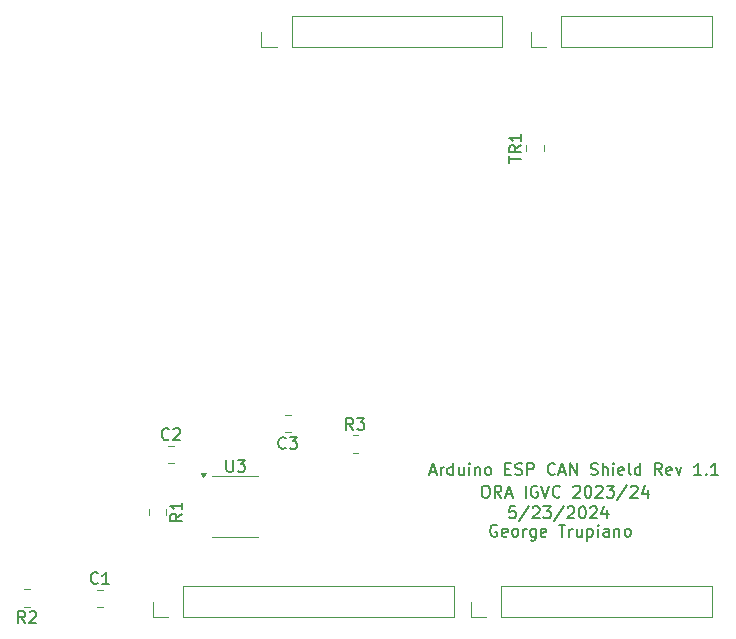
<source format=gbr>
%TF.GenerationSoftware,KiCad,Pcbnew,8.0.2*%
%TF.CreationDate,2024-05-23T15:50:06-04:00*%
%TF.ProjectId,ORA_Arduino_ESP_CAN_Shield_Rev_1.1,4f52415f-4172-4647-9569-6e6f5f455350,rev?*%
%TF.SameCoordinates,Original*%
%TF.FileFunction,Legend,Top*%
%TF.FilePolarity,Positive*%
%FSLAX46Y46*%
G04 Gerber Fmt 4.6, Leading zero omitted, Abs format (unit mm)*
G04 Created by KiCad (PCBNEW 8.0.2) date 2024-05-23 15:50:06*
%MOMM*%
%LPD*%
G01*
G04 APERTURE LIST*
%ADD10C,0.150000*%
%ADD11C,0.120000*%
G04 APERTURE END LIST*
D10*
X69327255Y-63759819D02*
X69517731Y-63759819D01*
X69517731Y-63759819D02*
X69612969Y-63807438D01*
X69612969Y-63807438D02*
X69708207Y-63902676D01*
X69708207Y-63902676D02*
X69755826Y-64093152D01*
X69755826Y-64093152D02*
X69755826Y-64426485D01*
X69755826Y-64426485D02*
X69708207Y-64616961D01*
X69708207Y-64616961D02*
X69612969Y-64712200D01*
X69612969Y-64712200D02*
X69517731Y-64759819D01*
X69517731Y-64759819D02*
X69327255Y-64759819D01*
X69327255Y-64759819D02*
X69232017Y-64712200D01*
X69232017Y-64712200D02*
X69136779Y-64616961D01*
X69136779Y-64616961D02*
X69089160Y-64426485D01*
X69089160Y-64426485D02*
X69089160Y-64093152D01*
X69089160Y-64093152D02*
X69136779Y-63902676D01*
X69136779Y-63902676D02*
X69232017Y-63807438D01*
X69232017Y-63807438D02*
X69327255Y-63759819D01*
X70755826Y-64759819D02*
X70422493Y-64283628D01*
X70184398Y-64759819D02*
X70184398Y-63759819D01*
X70184398Y-63759819D02*
X70565350Y-63759819D01*
X70565350Y-63759819D02*
X70660588Y-63807438D01*
X70660588Y-63807438D02*
X70708207Y-63855057D01*
X70708207Y-63855057D02*
X70755826Y-63950295D01*
X70755826Y-63950295D02*
X70755826Y-64093152D01*
X70755826Y-64093152D02*
X70708207Y-64188390D01*
X70708207Y-64188390D02*
X70660588Y-64236009D01*
X70660588Y-64236009D02*
X70565350Y-64283628D01*
X70565350Y-64283628D02*
X70184398Y-64283628D01*
X71136779Y-64474104D02*
X71612969Y-64474104D01*
X71041541Y-64759819D02*
X71374874Y-63759819D01*
X71374874Y-63759819D02*
X71708207Y-64759819D01*
X72803446Y-64759819D02*
X72803446Y-63759819D01*
X73803445Y-63807438D02*
X73708207Y-63759819D01*
X73708207Y-63759819D02*
X73565350Y-63759819D01*
X73565350Y-63759819D02*
X73422493Y-63807438D01*
X73422493Y-63807438D02*
X73327255Y-63902676D01*
X73327255Y-63902676D02*
X73279636Y-63997914D01*
X73279636Y-63997914D02*
X73232017Y-64188390D01*
X73232017Y-64188390D02*
X73232017Y-64331247D01*
X73232017Y-64331247D02*
X73279636Y-64521723D01*
X73279636Y-64521723D02*
X73327255Y-64616961D01*
X73327255Y-64616961D02*
X73422493Y-64712200D01*
X73422493Y-64712200D02*
X73565350Y-64759819D01*
X73565350Y-64759819D02*
X73660588Y-64759819D01*
X73660588Y-64759819D02*
X73803445Y-64712200D01*
X73803445Y-64712200D02*
X73851064Y-64664580D01*
X73851064Y-64664580D02*
X73851064Y-64331247D01*
X73851064Y-64331247D02*
X73660588Y-64331247D01*
X74136779Y-63759819D02*
X74470112Y-64759819D01*
X74470112Y-64759819D02*
X74803445Y-63759819D01*
X75708207Y-64664580D02*
X75660588Y-64712200D01*
X75660588Y-64712200D02*
X75517731Y-64759819D01*
X75517731Y-64759819D02*
X75422493Y-64759819D01*
X75422493Y-64759819D02*
X75279636Y-64712200D01*
X75279636Y-64712200D02*
X75184398Y-64616961D01*
X75184398Y-64616961D02*
X75136779Y-64521723D01*
X75136779Y-64521723D02*
X75089160Y-64331247D01*
X75089160Y-64331247D02*
X75089160Y-64188390D01*
X75089160Y-64188390D02*
X75136779Y-63997914D01*
X75136779Y-63997914D02*
X75184398Y-63902676D01*
X75184398Y-63902676D02*
X75279636Y-63807438D01*
X75279636Y-63807438D02*
X75422493Y-63759819D01*
X75422493Y-63759819D02*
X75517731Y-63759819D01*
X75517731Y-63759819D02*
X75660588Y-63807438D01*
X75660588Y-63807438D02*
X75708207Y-63855057D01*
X76851065Y-63855057D02*
X76898684Y-63807438D01*
X76898684Y-63807438D02*
X76993922Y-63759819D01*
X76993922Y-63759819D02*
X77232017Y-63759819D01*
X77232017Y-63759819D02*
X77327255Y-63807438D01*
X77327255Y-63807438D02*
X77374874Y-63855057D01*
X77374874Y-63855057D02*
X77422493Y-63950295D01*
X77422493Y-63950295D02*
X77422493Y-64045533D01*
X77422493Y-64045533D02*
X77374874Y-64188390D01*
X77374874Y-64188390D02*
X76803446Y-64759819D01*
X76803446Y-64759819D02*
X77422493Y-64759819D01*
X78041541Y-63759819D02*
X78136779Y-63759819D01*
X78136779Y-63759819D02*
X78232017Y-63807438D01*
X78232017Y-63807438D02*
X78279636Y-63855057D01*
X78279636Y-63855057D02*
X78327255Y-63950295D01*
X78327255Y-63950295D02*
X78374874Y-64140771D01*
X78374874Y-64140771D02*
X78374874Y-64378866D01*
X78374874Y-64378866D02*
X78327255Y-64569342D01*
X78327255Y-64569342D02*
X78279636Y-64664580D01*
X78279636Y-64664580D02*
X78232017Y-64712200D01*
X78232017Y-64712200D02*
X78136779Y-64759819D01*
X78136779Y-64759819D02*
X78041541Y-64759819D01*
X78041541Y-64759819D02*
X77946303Y-64712200D01*
X77946303Y-64712200D02*
X77898684Y-64664580D01*
X77898684Y-64664580D02*
X77851065Y-64569342D01*
X77851065Y-64569342D02*
X77803446Y-64378866D01*
X77803446Y-64378866D02*
X77803446Y-64140771D01*
X77803446Y-64140771D02*
X77851065Y-63950295D01*
X77851065Y-63950295D02*
X77898684Y-63855057D01*
X77898684Y-63855057D02*
X77946303Y-63807438D01*
X77946303Y-63807438D02*
X78041541Y-63759819D01*
X78755827Y-63855057D02*
X78803446Y-63807438D01*
X78803446Y-63807438D02*
X78898684Y-63759819D01*
X78898684Y-63759819D02*
X79136779Y-63759819D01*
X79136779Y-63759819D02*
X79232017Y-63807438D01*
X79232017Y-63807438D02*
X79279636Y-63855057D01*
X79279636Y-63855057D02*
X79327255Y-63950295D01*
X79327255Y-63950295D02*
X79327255Y-64045533D01*
X79327255Y-64045533D02*
X79279636Y-64188390D01*
X79279636Y-64188390D02*
X78708208Y-64759819D01*
X78708208Y-64759819D02*
X79327255Y-64759819D01*
X79660589Y-63759819D02*
X80279636Y-63759819D01*
X80279636Y-63759819D02*
X79946303Y-64140771D01*
X79946303Y-64140771D02*
X80089160Y-64140771D01*
X80089160Y-64140771D02*
X80184398Y-64188390D01*
X80184398Y-64188390D02*
X80232017Y-64236009D01*
X80232017Y-64236009D02*
X80279636Y-64331247D01*
X80279636Y-64331247D02*
X80279636Y-64569342D01*
X80279636Y-64569342D02*
X80232017Y-64664580D01*
X80232017Y-64664580D02*
X80184398Y-64712200D01*
X80184398Y-64712200D02*
X80089160Y-64759819D01*
X80089160Y-64759819D02*
X79803446Y-64759819D01*
X79803446Y-64759819D02*
X79708208Y-64712200D01*
X79708208Y-64712200D02*
X79660589Y-64664580D01*
X81422493Y-63712200D02*
X80565351Y-64997914D01*
X81708208Y-63855057D02*
X81755827Y-63807438D01*
X81755827Y-63807438D02*
X81851065Y-63759819D01*
X81851065Y-63759819D02*
X82089160Y-63759819D01*
X82089160Y-63759819D02*
X82184398Y-63807438D01*
X82184398Y-63807438D02*
X82232017Y-63855057D01*
X82232017Y-63855057D02*
X82279636Y-63950295D01*
X82279636Y-63950295D02*
X82279636Y-64045533D01*
X82279636Y-64045533D02*
X82232017Y-64188390D01*
X82232017Y-64188390D02*
X81660589Y-64759819D01*
X81660589Y-64759819D02*
X82279636Y-64759819D01*
X83136779Y-64093152D02*
X83136779Y-64759819D01*
X82898684Y-63712200D02*
X82660589Y-64426485D01*
X82660589Y-64426485D02*
X83279636Y-64426485D01*
X70370588Y-67117438D02*
X70275350Y-67069819D01*
X70275350Y-67069819D02*
X70132493Y-67069819D01*
X70132493Y-67069819D02*
X69989636Y-67117438D01*
X69989636Y-67117438D02*
X69894398Y-67212676D01*
X69894398Y-67212676D02*
X69846779Y-67307914D01*
X69846779Y-67307914D02*
X69799160Y-67498390D01*
X69799160Y-67498390D02*
X69799160Y-67641247D01*
X69799160Y-67641247D02*
X69846779Y-67831723D01*
X69846779Y-67831723D02*
X69894398Y-67926961D01*
X69894398Y-67926961D02*
X69989636Y-68022200D01*
X69989636Y-68022200D02*
X70132493Y-68069819D01*
X70132493Y-68069819D02*
X70227731Y-68069819D01*
X70227731Y-68069819D02*
X70370588Y-68022200D01*
X70370588Y-68022200D02*
X70418207Y-67974580D01*
X70418207Y-67974580D02*
X70418207Y-67641247D01*
X70418207Y-67641247D02*
X70227731Y-67641247D01*
X71227731Y-68022200D02*
X71132493Y-68069819D01*
X71132493Y-68069819D02*
X70942017Y-68069819D01*
X70942017Y-68069819D02*
X70846779Y-68022200D01*
X70846779Y-68022200D02*
X70799160Y-67926961D01*
X70799160Y-67926961D02*
X70799160Y-67546009D01*
X70799160Y-67546009D02*
X70846779Y-67450771D01*
X70846779Y-67450771D02*
X70942017Y-67403152D01*
X70942017Y-67403152D02*
X71132493Y-67403152D01*
X71132493Y-67403152D02*
X71227731Y-67450771D01*
X71227731Y-67450771D02*
X71275350Y-67546009D01*
X71275350Y-67546009D02*
X71275350Y-67641247D01*
X71275350Y-67641247D02*
X70799160Y-67736485D01*
X71846779Y-68069819D02*
X71751541Y-68022200D01*
X71751541Y-68022200D02*
X71703922Y-67974580D01*
X71703922Y-67974580D02*
X71656303Y-67879342D01*
X71656303Y-67879342D02*
X71656303Y-67593628D01*
X71656303Y-67593628D02*
X71703922Y-67498390D01*
X71703922Y-67498390D02*
X71751541Y-67450771D01*
X71751541Y-67450771D02*
X71846779Y-67403152D01*
X71846779Y-67403152D02*
X71989636Y-67403152D01*
X71989636Y-67403152D02*
X72084874Y-67450771D01*
X72084874Y-67450771D02*
X72132493Y-67498390D01*
X72132493Y-67498390D02*
X72180112Y-67593628D01*
X72180112Y-67593628D02*
X72180112Y-67879342D01*
X72180112Y-67879342D02*
X72132493Y-67974580D01*
X72132493Y-67974580D02*
X72084874Y-68022200D01*
X72084874Y-68022200D02*
X71989636Y-68069819D01*
X71989636Y-68069819D02*
X71846779Y-68069819D01*
X72608684Y-68069819D02*
X72608684Y-67403152D01*
X72608684Y-67593628D02*
X72656303Y-67498390D01*
X72656303Y-67498390D02*
X72703922Y-67450771D01*
X72703922Y-67450771D02*
X72799160Y-67403152D01*
X72799160Y-67403152D02*
X72894398Y-67403152D01*
X73656303Y-67403152D02*
X73656303Y-68212676D01*
X73656303Y-68212676D02*
X73608684Y-68307914D01*
X73608684Y-68307914D02*
X73561065Y-68355533D01*
X73561065Y-68355533D02*
X73465827Y-68403152D01*
X73465827Y-68403152D02*
X73322970Y-68403152D01*
X73322970Y-68403152D02*
X73227732Y-68355533D01*
X73656303Y-68022200D02*
X73561065Y-68069819D01*
X73561065Y-68069819D02*
X73370589Y-68069819D01*
X73370589Y-68069819D02*
X73275351Y-68022200D01*
X73275351Y-68022200D02*
X73227732Y-67974580D01*
X73227732Y-67974580D02*
X73180113Y-67879342D01*
X73180113Y-67879342D02*
X73180113Y-67593628D01*
X73180113Y-67593628D02*
X73227732Y-67498390D01*
X73227732Y-67498390D02*
X73275351Y-67450771D01*
X73275351Y-67450771D02*
X73370589Y-67403152D01*
X73370589Y-67403152D02*
X73561065Y-67403152D01*
X73561065Y-67403152D02*
X73656303Y-67450771D01*
X74513446Y-68022200D02*
X74418208Y-68069819D01*
X74418208Y-68069819D02*
X74227732Y-68069819D01*
X74227732Y-68069819D02*
X74132494Y-68022200D01*
X74132494Y-68022200D02*
X74084875Y-67926961D01*
X74084875Y-67926961D02*
X74084875Y-67546009D01*
X74084875Y-67546009D02*
X74132494Y-67450771D01*
X74132494Y-67450771D02*
X74227732Y-67403152D01*
X74227732Y-67403152D02*
X74418208Y-67403152D01*
X74418208Y-67403152D02*
X74513446Y-67450771D01*
X74513446Y-67450771D02*
X74561065Y-67546009D01*
X74561065Y-67546009D02*
X74561065Y-67641247D01*
X74561065Y-67641247D02*
X74084875Y-67736485D01*
X75608685Y-67069819D02*
X76180113Y-67069819D01*
X75894399Y-68069819D02*
X75894399Y-67069819D01*
X76513447Y-68069819D02*
X76513447Y-67403152D01*
X76513447Y-67593628D02*
X76561066Y-67498390D01*
X76561066Y-67498390D02*
X76608685Y-67450771D01*
X76608685Y-67450771D02*
X76703923Y-67403152D01*
X76703923Y-67403152D02*
X76799161Y-67403152D01*
X77561066Y-67403152D02*
X77561066Y-68069819D01*
X77132495Y-67403152D02*
X77132495Y-67926961D01*
X77132495Y-67926961D02*
X77180114Y-68022200D01*
X77180114Y-68022200D02*
X77275352Y-68069819D01*
X77275352Y-68069819D02*
X77418209Y-68069819D01*
X77418209Y-68069819D02*
X77513447Y-68022200D01*
X77513447Y-68022200D02*
X77561066Y-67974580D01*
X78037257Y-67403152D02*
X78037257Y-68403152D01*
X78037257Y-67450771D02*
X78132495Y-67403152D01*
X78132495Y-67403152D02*
X78322971Y-67403152D01*
X78322971Y-67403152D02*
X78418209Y-67450771D01*
X78418209Y-67450771D02*
X78465828Y-67498390D01*
X78465828Y-67498390D02*
X78513447Y-67593628D01*
X78513447Y-67593628D02*
X78513447Y-67879342D01*
X78513447Y-67879342D02*
X78465828Y-67974580D01*
X78465828Y-67974580D02*
X78418209Y-68022200D01*
X78418209Y-68022200D02*
X78322971Y-68069819D01*
X78322971Y-68069819D02*
X78132495Y-68069819D01*
X78132495Y-68069819D02*
X78037257Y-68022200D01*
X78942019Y-68069819D02*
X78942019Y-67403152D01*
X78942019Y-67069819D02*
X78894400Y-67117438D01*
X78894400Y-67117438D02*
X78942019Y-67165057D01*
X78942019Y-67165057D02*
X78989638Y-67117438D01*
X78989638Y-67117438D02*
X78942019Y-67069819D01*
X78942019Y-67069819D02*
X78942019Y-67165057D01*
X79846780Y-68069819D02*
X79846780Y-67546009D01*
X79846780Y-67546009D02*
X79799161Y-67450771D01*
X79799161Y-67450771D02*
X79703923Y-67403152D01*
X79703923Y-67403152D02*
X79513447Y-67403152D01*
X79513447Y-67403152D02*
X79418209Y-67450771D01*
X79846780Y-68022200D02*
X79751542Y-68069819D01*
X79751542Y-68069819D02*
X79513447Y-68069819D01*
X79513447Y-68069819D02*
X79418209Y-68022200D01*
X79418209Y-68022200D02*
X79370590Y-67926961D01*
X79370590Y-67926961D02*
X79370590Y-67831723D01*
X79370590Y-67831723D02*
X79418209Y-67736485D01*
X79418209Y-67736485D02*
X79513447Y-67688866D01*
X79513447Y-67688866D02*
X79751542Y-67688866D01*
X79751542Y-67688866D02*
X79846780Y-67641247D01*
X80322971Y-67403152D02*
X80322971Y-68069819D01*
X80322971Y-67498390D02*
X80370590Y-67450771D01*
X80370590Y-67450771D02*
X80465828Y-67403152D01*
X80465828Y-67403152D02*
X80608685Y-67403152D01*
X80608685Y-67403152D02*
X80703923Y-67450771D01*
X80703923Y-67450771D02*
X80751542Y-67546009D01*
X80751542Y-67546009D02*
X80751542Y-68069819D01*
X81370590Y-68069819D02*
X81275352Y-68022200D01*
X81275352Y-68022200D02*
X81227733Y-67974580D01*
X81227733Y-67974580D02*
X81180114Y-67879342D01*
X81180114Y-67879342D02*
X81180114Y-67593628D01*
X81180114Y-67593628D02*
X81227733Y-67498390D01*
X81227733Y-67498390D02*
X81275352Y-67450771D01*
X81275352Y-67450771D02*
X81370590Y-67403152D01*
X81370590Y-67403152D02*
X81513447Y-67403152D01*
X81513447Y-67403152D02*
X81608685Y-67450771D01*
X81608685Y-67450771D02*
X81656304Y-67498390D01*
X81656304Y-67498390D02*
X81703923Y-67593628D01*
X81703923Y-67593628D02*
X81703923Y-67879342D01*
X81703923Y-67879342D02*
X81656304Y-67974580D01*
X81656304Y-67974580D02*
X81608685Y-68022200D01*
X81608685Y-68022200D02*
X81513447Y-68069819D01*
X81513447Y-68069819D02*
X81370590Y-68069819D01*
X64709160Y-62564104D02*
X65185350Y-62564104D01*
X64613922Y-62849819D02*
X64947255Y-61849819D01*
X64947255Y-61849819D02*
X65280588Y-62849819D01*
X65613922Y-62849819D02*
X65613922Y-62183152D01*
X65613922Y-62373628D02*
X65661541Y-62278390D01*
X65661541Y-62278390D02*
X65709160Y-62230771D01*
X65709160Y-62230771D02*
X65804398Y-62183152D01*
X65804398Y-62183152D02*
X65899636Y-62183152D01*
X66661541Y-62849819D02*
X66661541Y-61849819D01*
X66661541Y-62802200D02*
X66566303Y-62849819D01*
X66566303Y-62849819D02*
X66375827Y-62849819D01*
X66375827Y-62849819D02*
X66280589Y-62802200D01*
X66280589Y-62802200D02*
X66232970Y-62754580D01*
X66232970Y-62754580D02*
X66185351Y-62659342D01*
X66185351Y-62659342D02*
X66185351Y-62373628D01*
X66185351Y-62373628D02*
X66232970Y-62278390D01*
X66232970Y-62278390D02*
X66280589Y-62230771D01*
X66280589Y-62230771D02*
X66375827Y-62183152D01*
X66375827Y-62183152D02*
X66566303Y-62183152D01*
X66566303Y-62183152D02*
X66661541Y-62230771D01*
X67566303Y-62183152D02*
X67566303Y-62849819D01*
X67137732Y-62183152D02*
X67137732Y-62706961D01*
X67137732Y-62706961D02*
X67185351Y-62802200D01*
X67185351Y-62802200D02*
X67280589Y-62849819D01*
X67280589Y-62849819D02*
X67423446Y-62849819D01*
X67423446Y-62849819D02*
X67518684Y-62802200D01*
X67518684Y-62802200D02*
X67566303Y-62754580D01*
X68042494Y-62849819D02*
X68042494Y-62183152D01*
X68042494Y-61849819D02*
X67994875Y-61897438D01*
X67994875Y-61897438D02*
X68042494Y-61945057D01*
X68042494Y-61945057D02*
X68090113Y-61897438D01*
X68090113Y-61897438D02*
X68042494Y-61849819D01*
X68042494Y-61849819D02*
X68042494Y-61945057D01*
X68518684Y-62183152D02*
X68518684Y-62849819D01*
X68518684Y-62278390D02*
X68566303Y-62230771D01*
X68566303Y-62230771D02*
X68661541Y-62183152D01*
X68661541Y-62183152D02*
X68804398Y-62183152D01*
X68804398Y-62183152D02*
X68899636Y-62230771D01*
X68899636Y-62230771D02*
X68947255Y-62326009D01*
X68947255Y-62326009D02*
X68947255Y-62849819D01*
X69566303Y-62849819D02*
X69471065Y-62802200D01*
X69471065Y-62802200D02*
X69423446Y-62754580D01*
X69423446Y-62754580D02*
X69375827Y-62659342D01*
X69375827Y-62659342D02*
X69375827Y-62373628D01*
X69375827Y-62373628D02*
X69423446Y-62278390D01*
X69423446Y-62278390D02*
X69471065Y-62230771D01*
X69471065Y-62230771D02*
X69566303Y-62183152D01*
X69566303Y-62183152D02*
X69709160Y-62183152D01*
X69709160Y-62183152D02*
X69804398Y-62230771D01*
X69804398Y-62230771D02*
X69852017Y-62278390D01*
X69852017Y-62278390D02*
X69899636Y-62373628D01*
X69899636Y-62373628D02*
X69899636Y-62659342D01*
X69899636Y-62659342D02*
X69852017Y-62754580D01*
X69852017Y-62754580D02*
X69804398Y-62802200D01*
X69804398Y-62802200D02*
X69709160Y-62849819D01*
X69709160Y-62849819D02*
X69566303Y-62849819D01*
X71090113Y-62326009D02*
X71423446Y-62326009D01*
X71566303Y-62849819D02*
X71090113Y-62849819D01*
X71090113Y-62849819D02*
X71090113Y-61849819D01*
X71090113Y-61849819D02*
X71566303Y-61849819D01*
X71947256Y-62802200D02*
X72090113Y-62849819D01*
X72090113Y-62849819D02*
X72328208Y-62849819D01*
X72328208Y-62849819D02*
X72423446Y-62802200D01*
X72423446Y-62802200D02*
X72471065Y-62754580D01*
X72471065Y-62754580D02*
X72518684Y-62659342D01*
X72518684Y-62659342D02*
X72518684Y-62564104D01*
X72518684Y-62564104D02*
X72471065Y-62468866D01*
X72471065Y-62468866D02*
X72423446Y-62421247D01*
X72423446Y-62421247D02*
X72328208Y-62373628D01*
X72328208Y-62373628D02*
X72137732Y-62326009D01*
X72137732Y-62326009D02*
X72042494Y-62278390D01*
X72042494Y-62278390D02*
X71994875Y-62230771D01*
X71994875Y-62230771D02*
X71947256Y-62135533D01*
X71947256Y-62135533D02*
X71947256Y-62040295D01*
X71947256Y-62040295D02*
X71994875Y-61945057D01*
X71994875Y-61945057D02*
X72042494Y-61897438D01*
X72042494Y-61897438D02*
X72137732Y-61849819D01*
X72137732Y-61849819D02*
X72375827Y-61849819D01*
X72375827Y-61849819D02*
X72518684Y-61897438D01*
X72947256Y-62849819D02*
X72947256Y-61849819D01*
X72947256Y-61849819D02*
X73328208Y-61849819D01*
X73328208Y-61849819D02*
X73423446Y-61897438D01*
X73423446Y-61897438D02*
X73471065Y-61945057D01*
X73471065Y-61945057D02*
X73518684Y-62040295D01*
X73518684Y-62040295D02*
X73518684Y-62183152D01*
X73518684Y-62183152D02*
X73471065Y-62278390D01*
X73471065Y-62278390D02*
X73423446Y-62326009D01*
X73423446Y-62326009D02*
X73328208Y-62373628D01*
X73328208Y-62373628D02*
X72947256Y-62373628D01*
X75280589Y-62754580D02*
X75232970Y-62802200D01*
X75232970Y-62802200D02*
X75090113Y-62849819D01*
X75090113Y-62849819D02*
X74994875Y-62849819D01*
X74994875Y-62849819D02*
X74852018Y-62802200D01*
X74852018Y-62802200D02*
X74756780Y-62706961D01*
X74756780Y-62706961D02*
X74709161Y-62611723D01*
X74709161Y-62611723D02*
X74661542Y-62421247D01*
X74661542Y-62421247D02*
X74661542Y-62278390D01*
X74661542Y-62278390D02*
X74709161Y-62087914D01*
X74709161Y-62087914D02*
X74756780Y-61992676D01*
X74756780Y-61992676D02*
X74852018Y-61897438D01*
X74852018Y-61897438D02*
X74994875Y-61849819D01*
X74994875Y-61849819D02*
X75090113Y-61849819D01*
X75090113Y-61849819D02*
X75232970Y-61897438D01*
X75232970Y-61897438D02*
X75280589Y-61945057D01*
X75661542Y-62564104D02*
X76137732Y-62564104D01*
X75566304Y-62849819D02*
X75899637Y-61849819D01*
X75899637Y-61849819D02*
X76232970Y-62849819D01*
X76566304Y-62849819D02*
X76566304Y-61849819D01*
X76566304Y-61849819D02*
X77137732Y-62849819D01*
X77137732Y-62849819D02*
X77137732Y-61849819D01*
X78328209Y-62802200D02*
X78471066Y-62849819D01*
X78471066Y-62849819D02*
X78709161Y-62849819D01*
X78709161Y-62849819D02*
X78804399Y-62802200D01*
X78804399Y-62802200D02*
X78852018Y-62754580D01*
X78852018Y-62754580D02*
X78899637Y-62659342D01*
X78899637Y-62659342D02*
X78899637Y-62564104D01*
X78899637Y-62564104D02*
X78852018Y-62468866D01*
X78852018Y-62468866D02*
X78804399Y-62421247D01*
X78804399Y-62421247D02*
X78709161Y-62373628D01*
X78709161Y-62373628D02*
X78518685Y-62326009D01*
X78518685Y-62326009D02*
X78423447Y-62278390D01*
X78423447Y-62278390D02*
X78375828Y-62230771D01*
X78375828Y-62230771D02*
X78328209Y-62135533D01*
X78328209Y-62135533D02*
X78328209Y-62040295D01*
X78328209Y-62040295D02*
X78375828Y-61945057D01*
X78375828Y-61945057D02*
X78423447Y-61897438D01*
X78423447Y-61897438D02*
X78518685Y-61849819D01*
X78518685Y-61849819D02*
X78756780Y-61849819D01*
X78756780Y-61849819D02*
X78899637Y-61897438D01*
X79328209Y-62849819D02*
X79328209Y-61849819D01*
X79756780Y-62849819D02*
X79756780Y-62326009D01*
X79756780Y-62326009D02*
X79709161Y-62230771D01*
X79709161Y-62230771D02*
X79613923Y-62183152D01*
X79613923Y-62183152D02*
X79471066Y-62183152D01*
X79471066Y-62183152D02*
X79375828Y-62230771D01*
X79375828Y-62230771D02*
X79328209Y-62278390D01*
X80232971Y-62849819D02*
X80232971Y-62183152D01*
X80232971Y-61849819D02*
X80185352Y-61897438D01*
X80185352Y-61897438D02*
X80232971Y-61945057D01*
X80232971Y-61945057D02*
X80280590Y-61897438D01*
X80280590Y-61897438D02*
X80232971Y-61849819D01*
X80232971Y-61849819D02*
X80232971Y-61945057D01*
X81090113Y-62802200D02*
X80994875Y-62849819D01*
X80994875Y-62849819D02*
X80804399Y-62849819D01*
X80804399Y-62849819D02*
X80709161Y-62802200D01*
X80709161Y-62802200D02*
X80661542Y-62706961D01*
X80661542Y-62706961D02*
X80661542Y-62326009D01*
X80661542Y-62326009D02*
X80709161Y-62230771D01*
X80709161Y-62230771D02*
X80804399Y-62183152D01*
X80804399Y-62183152D02*
X80994875Y-62183152D01*
X80994875Y-62183152D02*
X81090113Y-62230771D01*
X81090113Y-62230771D02*
X81137732Y-62326009D01*
X81137732Y-62326009D02*
X81137732Y-62421247D01*
X81137732Y-62421247D02*
X80661542Y-62516485D01*
X81709161Y-62849819D02*
X81613923Y-62802200D01*
X81613923Y-62802200D02*
X81566304Y-62706961D01*
X81566304Y-62706961D02*
X81566304Y-61849819D01*
X82518685Y-62849819D02*
X82518685Y-61849819D01*
X82518685Y-62802200D02*
X82423447Y-62849819D01*
X82423447Y-62849819D02*
X82232971Y-62849819D01*
X82232971Y-62849819D02*
X82137733Y-62802200D01*
X82137733Y-62802200D02*
X82090114Y-62754580D01*
X82090114Y-62754580D02*
X82042495Y-62659342D01*
X82042495Y-62659342D02*
X82042495Y-62373628D01*
X82042495Y-62373628D02*
X82090114Y-62278390D01*
X82090114Y-62278390D02*
X82137733Y-62230771D01*
X82137733Y-62230771D02*
X82232971Y-62183152D01*
X82232971Y-62183152D02*
X82423447Y-62183152D01*
X82423447Y-62183152D02*
X82518685Y-62230771D01*
X84328209Y-62849819D02*
X83994876Y-62373628D01*
X83756781Y-62849819D02*
X83756781Y-61849819D01*
X83756781Y-61849819D02*
X84137733Y-61849819D01*
X84137733Y-61849819D02*
X84232971Y-61897438D01*
X84232971Y-61897438D02*
X84280590Y-61945057D01*
X84280590Y-61945057D02*
X84328209Y-62040295D01*
X84328209Y-62040295D02*
X84328209Y-62183152D01*
X84328209Y-62183152D02*
X84280590Y-62278390D01*
X84280590Y-62278390D02*
X84232971Y-62326009D01*
X84232971Y-62326009D02*
X84137733Y-62373628D01*
X84137733Y-62373628D02*
X83756781Y-62373628D01*
X85137733Y-62802200D02*
X85042495Y-62849819D01*
X85042495Y-62849819D02*
X84852019Y-62849819D01*
X84852019Y-62849819D02*
X84756781Y-62802200D01*
X84756781Y-62802200D02*
X84709162Y-62706961D01*
X84709162Y-62706961D02*
X84709162Y-62326009D01*
X84709162Y-62326009D02*
X84756781Y-62230771D01*
X84756781Y-62230771D02*
X84852019Y-62183152D01*
X84852019Y-62183152D02*
X85042495Y-62183152D01*
X85042495Y-62183152D02*
X85137733Y-62230771D01*
X85137733Y-62230771D02*
X85185352Y-62326009D01*
X85185352Y-62326009D02*
X85185352Y-62421247D01*
X85185352Y-62421247D02*
X84709162Y-62516485D01*
X85518686Y-62183152D02*
X85756781Y-62849819D01*
X85756781Y-62849819D02*
X85994876Y-62183152D01*
X87661543Y-62849819D02*
X87090115Y-62849819D01*
X87375829Y-62849819D02*
X87375829Y-61849819D01*
X87375829Y-61849819D02*
X87280591Y-61992676D01*
X87280591Y-61992676D02*
X87185353Y-62087914D01*
X87185353Y-62087914D02*
X87090115Y-62135533D01*
X88090115Y-62754580D02*
X88137734Y-62802200D01*
X88137734Y-62802200D02*
X88090115Y-62849819D01*
X88090115Y-62849819D02*
X88042496Y-62802200D01*
X88042496Y-62802200D02*
X88090115Y-62754580D01*
X88090115Y-62754580D02*
X88090115Y-62849819D01*
X89090114Y-62849819D02*
X88518686Y-62849819D01*
X88804400Y-62849819D02*
X88804400Y-61849819D01*
X88804400Y-61849819D02*
X88709162Y-61992676D01*
X88709162Y-61992676D02*
X88613924Y-62087914D01*
X88613924Y-62087914D02*
X88518686Y-62135533D01*
X71932969Y-65519819D02*
X71456779Y-65519819D01*
X71456779Y-65519819D02*
X71409160Y-65996009D01*
X71409160Y-65996009D02*
X71456779Y-65948390D01*
X71456779Y-65948390D02*
X71552017Y-65900771D01*
X71552017Y-65900771D02*
X71790112Y-65900771D01*
X71790112Y-65900771D02*
X71885350Y-65948390D01*
X71885350Y-65948390D02*
X71932969Y-65996009D01*
X71932969Y-65996009D02*
X71980588Y-66091247D01*
X71980588Y-66091247D02*
X71980588Y-66329342D01*
X71980588Y-66329342D02*
X71932969Y-66424580D01*
X71932969Y-66424580D02*
X71885350Y-66472200D01*
X71885350Y-66472200D02*
X71790112Y-66519819D01*
X71790112Y-66519819D02*
X71552017Y-66519819D01*
X71552017Y-66519819D02*
X71456779Y-66472200D01*
X71456779Y-66472200D02*
X71409160Y-66424580D01*
X73123445Y-65472200D02*
X72266303Y-66757914D01*
X73409160Y-65615057D02*
X73456779Y-65567438D01*
X73456779Y-65567438D02*
X73552017Y-65519819D01*
X73552017Y-65519819D02*
X73790112Y-65519819D01*
X73790112Y-65519819D02*
X73885350Y-65567438D01*
X73885350Y-65567438D02*
X73932969Y-65615057D01*
X73932969Y-65615057D02*
X73980588Y-65710295D01*
X73980588Y-65710295D02*
X73980588Y-65805533D01*
X73980588Y-65805533D02*
X73932969Y-65948390D01*
X73932969Y-65948390D02*
X73361541Y-66519819D01*
X73361541Y-66519819D02*
X73980588Y-66519819D01*
X74313922Y-65519819D02*
X74932969Y-65519819D01*
X74932969Y-65519819D02*
X74599636Y-65900771D01*
X74599636Y-65900771D02*
X74742493Y-65900771D01*
X74742493Y-65900771D02*
X74837731Y-65948390D01*
X74837731Y-65948390D02*
X74885350Y-65996009D01*
X74885350Y-65996009D02*
X74932969Y-66091247D01*
X74932969Y-66091247D02*
X74932969Y-66329342D01*
X74932969Y-66329342D02*
X74885350Y-66424580D01*
X74885350Y-66424580D02*
X74837731Y-66472200D01*
X74837731Y-66472200D02*
X74742493Y-66519819D01*
X74742493Y-66519819D02*
X74456779Y-66519819D01*
X74456779Y-66519819D02*
X74361541Y-66472200D01*
X74361541Y-66472200D02*
X74313922Y-66424580D01*
X76075826Y-65472200D02*
X75218684Y-66757914D01*
X76361541Y-65615057D02*
X76409160Y-65567438D01*
X76409160Y-65567438D02*
X76504398Y-65519819D01*
X76504398Y-65519819D02*
X76742493Y-65519819D01*
X76742493Y-65519819D02*
X76837731Y-65567438D01*
X76837731Y-65567438D02*
X76885350Y-65615057D01*
X76885350Y-65615057D02*
X76932969Y-65710295D01*
X76932969Y-65710295D02*
X76932969Y-65805533D01*
X76932969Y-65805533D02*
X76885350Y-65948390D01*
X76885350Y-65948390D02*
X76313922Y-66519819D01*
X76313922Y-66519819D02*
X76932969Y-66519819D01*
X77552017Y-65519819D02*
X77647255Y-65519819D01*
X77647255Y-65519819D02*
X77742493Y-65567438D01*
X77742493Y-65567438D02*
X77790112Y-65615057D01*
X77790112Y-65615057D02*
X77837731Y-65710295D01*
X77837731Y-65710295D02*
X77885350Y-65900771D01*
X77885350Y-65900771D02*
X77885350Y-66138866D01*
X77885350Y-66138866D02*
X77837731Y-66329342D01*
X77837731Y-66329342D02*
X77790112Y-66424580D01*
X77790112Y-66424580D02*
X77742493Y-66472200D01*
X77742493Y-66472200D02*
X77647255Y-66519819D01*
X77647255Y-66519819D02*
X77552017Y-66519819D01*
X77552017Y-66519819D02*
X77456779Y-66472200D01*
X77456779Y-66472200D02*
X77409160Y-66424580D01*
X77409160Y-66424580D02*
X77361541Y-66329342D01*
X77361541Y-66329342D02*
X77313922Y-66138866D01*
X77313922Y-66138866D02*
X77313922Y-65900771D01*
X77313922Y-65900771D02*
X77361541Y-65710295D01*
X77361541Y-65710295D02*
X77409160Y-65615057D01*
X77409160Y-65615057D02*
X77456779Y-65567438D01*
X77456779Y-65567438D02*
X77552017Y-65519819D01*
X78266303Y-65615057D02*
X78313922Y-65567438D01*
X78313922Y-65567438D02*
X78409160Y-65519819D01*
X78409160Y-65519819D02*
X78647255Y-65519819D01*
X78647255Y-65519819D02*
X78742493Y-65567438D01*
X78742493Y-65567438D02*
X78790112Y-65615057D01*
X78790112Y-65615057D02*
X78837731Y-65710295D01*
X78837731Y-65710295D02*
X78837731Y-65805533D01*
X78837731Y-65805533D02*
X78790112Y-65948390D01*
X78790112Y-65948390D02*
X78218684Y-66519819D01*
X78218684Y-66519819D02*
X78837731Y-66519819D01*
X79694874Y-65853152D02*
X79694874Y-66519819D01*
X79456779Y-65472200D02*
X79218684Y-66186485D01*
X79218684Y-66186485D02*
X79837731Y-66186485D01*
X43719819Y-66146666D02*
X43243628Y-66479999D01*
X43719819Y-66718094D02*
X42719819Y-66718094D01*
X42719819Y-66718094D02*
X42719819Y-66337142D01*
X42719819Y-66337142D02*
X42767438Y-66241904D01*
X42767438Y-66241904D02*
X42815057Y-66194285D01*
X42815057Y-66194285D02*
X42910295Y-66146666D01*
X42910295Y-66146666D02*
X43053152Y-66146666D01*
X43053152Y-66146666D02*
X43148390Y-66194285D01*
X43148390Y-66194285D02*
X43196009Y-66241904D01*
X43196009Y-66241904D02*
X43243628Y-66337142D01*
X43243628Y-66337142D02*
X43243628Y-66718094D01*
X43719819Y-65194285D02*
X43719819Y-65765713D01*
X43719819Y-65479999D02*
X42719819Y-65479999D01*
X42719819Y-65479999D02*
X42862676Y-65575237D01*
X42862676Y-65575237D02*
X42957914Y-65670475D01*
X42957914Y-65670475D02*
X43005533Y-65765713D01*
X71414819Y-36421904D02*
X71414819Y-35850476D01*
X72414819Y-36136190D02*
X71414819Y-36136190D01*
X72414819Y-34945714D02*
X71938628Y-35279047D01*
X72414819Y-35517142D02*
X71414819Y-35517142D01*
X71414819Y-35517142D02*
X71414819Y-35136190D01*
X71414819Y-35136190D02*
X71462438Y-35040952D01*
X71462438Y-35040952D02*
X71510057Y-34993333D01*
X71510057Y-34993333D02*
X71605295Y-34945714D01*
X71605295Y-34945714D02*
X71748152Y-34945714D01*
X71748152Y-34945714D02*
X71843390Y-34993333D01*
X71843390Y-34993333D02*
X71891009Y-35040952D01*
X71891009Y-35040952D02*
X71938628Y-35136190D01*
X71938628Y-35136190D02*
X71938628Y-35517142D01*
X72414819Y-33993333D02*
X72414819Y-34564761D01*
X72414819Y-34279047D02*
X71414819Y-34279047D01*
X71414819Y-34279047D02*
X71557676Y-34374285D01*
X71557676Y-34374285D02*
X71652914Y-34469523D01*
X71652914Y-34469523D02*
X71700533Y-34564761D01*
X42598333Y-59809580D02*
X42550714Y-59857200D01*
X42550714Y-59857200D02*
X42407857Y-59904819D01*
X42407857Y-59904819D02*
X42312619Y-59904819D01*
X42312619Y-59904819D02*
X42169762Y-59857200D01*
X42169762Y-59857200D02*
X42074524Y-59761961D01*
X42074524Y-59761961D02*
X42026905Y-59666723D01*
X42026905Y-59666723D02*
X41979286Y-59476247D01*
X41979286Y-59476247D02*
X41979286Y-59333390D01*
X41979286Y-59333390D02*
X42026905Y-59142914D01*
X42026905Y-59142914D02*
X42074524Y-59047676D01*
X42074524Y-59047676D02*
X42169762Y-58952438D01*
X42169762Y-58952438D02*
X42312619Y-58904819D01*
X42312619Y-58904819D02*
X42407857Y-58904819D01*
X42407857Y-58904819D02*
X42550714Y-58952438D01*
X42550714Y-58952438D02*
X42598333Y-59000057D01*
X42979286Y-59000057D02*
X43026905Y-58952438D01*
X43026905Y-58952438D02*
X43122143Y-58904819D01*
X43122143Y-58904819D02*
X43360238Y-58904819D01*
X43360238Y-58904819D02*
X43455476Y-58952438D01*
X43455476Y-58952438D02*
X43503095Y-59000057D01*
X43503095Y-59000057D02*
X43550714Y-59095295D01*
X43550714Y-59095295D02*
X43550714Y-59190533D01*
X43550714Y-59190533D02*
X43503095Y-59333390D01*
X43503095Y-59333390D02*
X42931667Y-59904819D01*
X42931667Y-59904819D02*
X43550714Y-59904819D01*
X36583333Y-71989580D02*
X36535714Y-72037200D01*
X36535714Y-72037200D02*
X36392857Y-72084819D01*
X36392857Y-72084819D02*
X36297619Y-72084819D01*
X36297619Y-72084819D02*
X36154762Y-72037200D01*
X36154762Y-72037200D02*
X36059524Y-71941961D01*
X36059524Y-71941961D02*
X36011905Y-71846723D01*
X36011905Y-71846723D02*
X35964286Y-71656247D01*
X35964286Y-71656247D02*
X35964286Y-71513390D01*
X35964286Y-71513390D02*
X36011905Y-71322914D01*
X36011905Y-71322914D02*
X36059524Y-71227676D01*
X36059524Y-71227676D02*
X36154762Y-71132438D01*
X36154762Y-71132438D02*
X36297619Y-71084819D01*
X36297619Y-71084819D02*
X36392857Y-71084819D01*
X36392857Y-71084819D02*
X36535714Y-71132438D01*
X36535714Y-71132438D02*
X36583333Y-71180057D01*
X37535714Y-72084819D02*
X36964286Y-72084819D01*
X37250000Y-72084819D02*
X37250000Y-71084819D01*
X37250000Y-71084819D02*
X37154762Y-71227676D01*
X37154762Y-71227676D02*
X37059524Y-71322914D01*
X37059524Y-71322914D02*
X36964286Y-71370533D01*
X58208333Y-59024819D02*
X57875000Y-58548628D01*
X57636905Y-59024819D02*
X57636905Y-58024819D01*
X57636905Y-58024819D02*
X58017857Y-58024819D01*
X58017857Y-58024819D02*
X58113095Y-58072438D01*
X58113095Y-58072438D02*
X58160714Y-58120057D01*
X58160714Y-58120057D02*
X58208333Y-58215295D01*
X58208333Y-58215295D02*
X58208333Y-58358152D01*
X58208333Y-58358152D02*
X58160714Y-58453390D01*
X58160714Y-58453390D02*
X58113095Y-58501009D01*
X58113095Y-58501009D02*
X58017857Y-58548628D01*
X58017857Y-58548628D02*
X57636905Y-58548628D01*
X58541667Y-58024819D02*
X59160714Y-58024819D01*
X59160714Y-58024819D02*
X58827381Y-58405771D01*
X58827381Y-58405771D02*
X58970238Y-58405771D01*
X58970238Y-58405771D02*
X59065476Y-58453390D01*
X59065476Y-58453390D02*
X59113095Y-58501009D01*
X59113095Y-58501009D02*
X59160714Y-58596247D01*
X59160714Y-58596247D02*
X59160714Y-58834342D01*
X59160714Y-58834342D02*
X59113095Y-58929580D01*
X59113095Y-58929580D02*
X59065476Y-58977200D01*
X59065476Y-58977200D02*
X58970238Y-59024819D01*
X58970238Y-59024819D02*
X58684524Y-59024819D01*
X58684524Y-59024819D02*
X58589286Y-58977200D01*
X58589286Y-58977200D02*
X58541667Y-58929580D01*
X52485833Y-60539580D02*
X52438214Y-60587200D01*
X52438214Y-60587200D02*
X52295357Y-60634819D01*
X52295357Y-60634819D02*
X52200119Y-60634819D01*
X52200119Y-60634819D02*
X52057262Y-60587200D01*
X52057262Y-60587200D02*
X51962024Y-60491961D01*
X51962024Y-60491961D02*
X51914405Y-60396723D01*
X51914405Y-60396723D02*
X51866786Y-60206247D01*
X51866786Y-60206247D02*
X51866786Y-60063390D01*
X51866786Y-60063390D02*
X51914405Y-59872914D01*
X51914405Y-59872914D02*
X51962024Y-59777676D01*
X51962024Y-59777676D02*
X52057262Y-59682438D01*
X52057262Y-59682438D02*
X52200119Y-59634819D01*
X52200119Y-59634819D02*
X52295357Y-59634819D01*
X52295357Y-59634819D02*
X52438214Y-59682438D01*
X52438214Y-59682438D02*
X52485833Y-59730057D01*
X52819167Y-59634819D02*
X53438214Y-59634819D01*
X53438214Y-59634819D02*
X53104881Y-60015771D01*
X53104881Y-60015771D02*
X53247738Y-60015771D01*
X53247738Y-60015771D02*
X53342976Y-60063390D01*
X53342976Y-60063390D02*
X53390595Y-60111009D01*
X53390595Y-60111009D02*
X53438214Y-60206247D01*
X53438214Y-60206247D02*
X53438214Y-60444342D01*
X53438214Y-60444342D02*
X53390595Y-60539580D01*
X53390595Y-60539580D02*
X53342976Y-60587200D01*
X53342976Y-60587200D02*
X53247738Y-60634819D01*
X53247738Y-60634819D02*
X52962024Y-60634819D01*
X52962024Y-60634819D02*
X52866786Y-60587200D01*
X52866786Y-60587200D02*
X52819167Y-60539580D01*
X47463095Y-61574819D02*
X47463095Y-62384342D01*
X47463095Y-62384342D02*
X47510714Y-62479580D01*
X47510714Y-62479580D02*
X47558333Y-62527200D01*
X47558333Y-62527200D02*
X47653571Y-62574819D01*
X47653571Y-62574819D02*
X47844047Y-62574819D01*
X47844047Y-62574819D02*
X47939285Y-62527200D01*
X47939285Y-62527200D02*
X47986904Y-62479580D01*
X47986904Y-62479580D02*
X48034523Y-62384342D01*
X48034523Y-62384342D02*
X48034523Y-61574819D01*
X48415476Y-61574819D02*
X49034523Y-61574819D01*
X49034523Y-61574819D02*
X48701190Y-61955771D01*
X48701190Y-61955771D02*
X48844047Y-61955771D01*
X48844047Y-61955771D02*
X48939285Y-62003390D01*
X48939285Y-62003390D02*
X48986904Y-62051009D01*
X48986904Y-62051009D02*
X49034523Y-62146247D01*
X49034523Y-62146247D02*
X49034523Y-62384342D01*
X49034523Y-62384342D02*
X48986904Y-62479580D01*
X48986904Y-62479580D02*
X48939285Y-62527200D01*
X48939285Y-62527200D02*
X48844047Y-62574819D01*
X48844047Y-62574819D02*
X48558333Y-62574819D01*
X48558333Y-62574819D02*
X48463095Y-62527200D01*
X48463095Y-62527200D02*
X48415476Y-62479580D01*
X30433333Y-75374819D02*
X30100000Y-74898628D01*
X29861905Y-75374819D02*
X29861905Y-74374819D01*
X29861905Y-74374819D02*
X30242857Y-74374819D01*
X30242857Y-74374819D02*
X30338095Y-74422438D01*
X30338095Y-74422438D02*
X30385714Y-74470057D01*
X30385714Y-74470057D02*
X30433333Y-74565295D01*
X30433333Y-74565295D02*
X30433333Y-74708152D01*
X30433333Y-74708152D02*
X30385714Y-74803390D01*
X30385714Y-74803390D02*
X30338095Y-74851009D01*
X30338095Y-74851009D02*
X30242857Y-74898628D01*
X30242857Y-74898628D02*
X29861905Y-74898628D01*
X30814286Y-74470057D02*
X30861905Y-74422438D01*
X30861905Y-74422438D02*
X30957143Y-74374819D01*
X30957143Y-74374819D02*
X31195238Y-74374819D01*
X31195238Y-74374819D02*
X31290476Y-74422438D01*
X31290476Y-74422438D02*
X31338095Y-74470057D01*
X31338095Y-74470057D02*
X31385714Y-74565295D01*
X31385714Y-74565295D02*
X31385714Y-74660533D01*
X31385714Y-74660533D02*
X31338095Y-74803390D01*
X31338095Y-74803390D02*
X30766667Y-75374819D01*
X30766667Y-75374819D02*
X31385714Y-75374819D01*
D11*
%TO.C,R1*%
X40880000Y-65752936D02*
X40880000Y-66207064D01*
X42350000Y-65752936D02*
X42350000Y-66207064D01*
%TO.C,TR1*%
X72875000Y-35387064D02*
X72875000Y-34932936D01*
X74345000Y-35387064D02*
X74345000Y-34932936D01*
%TO.C,C2*%
X42503748Y-60395000D02*
X43026252Y-60395000D01*
X42503748Y-61865000D02*
X43026252Y-61865000D01*
%TO.C,Digital_1*%
X41230000Y-74910000D02*
X41230000Y-73580000D01*
X42560000Y-74910000D02*
X41230000Y-74910000D01*
X43830000Y-72250000D02*
X66750000Y-72250000D01*
X43830000Y-74910000D02*
X43830000Y-72250000D01*
X43830000Y-74910000D02*
X66750000Y-74910000D01*
X66750000Y-74910000D02*
X66750000Y-72250000D01*
%TO.C,C1*%
X36488748Y-72575000D02*
X37011252Y-72575000D01*
X36488748Y-74045000D02*
X37011252Y-74045000D01*
%TO.C,Power_1*%
X50385000Y-26650000D02*
X50385000Y-25320000D01*
X51715000Y-26650000D02*
X50385000Y-26650000D01*
X52985000Y-23990000D02*
X70825000Y-23990000D01*
X52985000Y-26650000D02*
X52985000Y-23990000D01*
X52985000Y-26650000D02*
X70825000Y-26650000D01*
X70825000Y-26650000D02*
X70825000Y-23990000D01*
%TO.C,R3*%
X58147936Y-59485000D02*
X58602064Y-59485000D01*
X58147936Y-60955000D02*
X58602064Y-60955000D01*
%TO.C,Analog_1*%
X73240000Y-26640000D02*
X73240000Y-25310000D01*
X74570000Y-26640000D02*
X73240000Y-26640000D01*
X75840000Y-23980000D02*
X88600000Y-23980000D01*
X75840000Y-26640000D02*
X75840000Y-23980000D01*
X75840000Y-26640000D02*
X88600000Y-26640000D01*
X88600000Y-26640000D02*
X88600000Y-23980000D01*
%TO.C,C3*%
X52913752Y-57765000D02*
X52391248Y-57765000D01*
X52913752Y-59235000D02*
X52391248Y-59235000D01*
%TO.C,Digital_2*%
X68160000Y-74910000D02*
X68160000Y-73580000D01*
X69490000Y-74910000D02*
X68160000Y-74910000D01*
X70760000Y-72250000D02*
X88600000Y-72250000D01*
X70760000Y-74910000D02*
X70760000Y-72250000D01*
X70760000Y-74910000D02*
X88600000Y-74910000D01*
X88600000Y-74910000D02*
X88600000Y-72250000D01*
%TO.C,U3*%
X48225000Y-62960000D02*
X46275000Y-62960000D01*
X48225000Y-62960000D02*
X50175000Y-62960000D01*
X48225000Y-68080000D02*
X46275000Y-68080000D01*
X48225000Y-68080000D02*
X50175000Y-68080000D01*
X45525000Y-63055000D02*
X45285000Y-62725000D01*
X45765000Y-62725000D01*
X45525000Y-63055000D01*
G36*
X45525000Y-63055000D02*
G01*
X45285000Y-62725000D01*
X45765000Y-62725000D01*
X45525000Y-63055000D01*
G37*
%TO.C,R2*%
X30827064Y-72535000D02*
X30372936Y-72535000D01*
X30827064Y-74005000D02*
X30372936Y-74005000D01*
%TD*%
M02*

</source>
